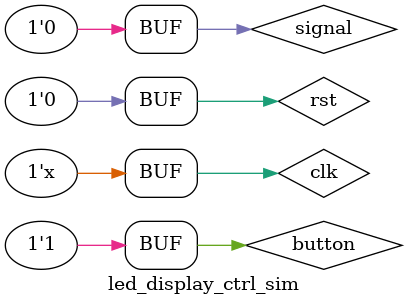
<source format=v>
`timescale 1ns/1ps        

module led_display_ctrl_sim();   
    reg clk;
    reg rst;
    reg button;
    reg signal;
    wire [7:0]led_en;
    wire led_ca;
    wire led_cb;
    wire led_cc;
    wire led_cd;
    wire led_ce;
    wire led_cf;
    wire led_cg;
    wire led_dp;
    
   initial    
   begin
        clk = 1'b0;rst = 1'b1;button = 1'b0;signal = 1'b0;
        #4 rst = 1'b0;
        #6 button = 1'b1;
        #21 signal = 1'b1;
        #21 signal = 1'b0;
        #21 signal = 1'b1;
        #21 signal = 1'b0;
        #21 signal = 1'b1;
        #21 signal = 1'b0;
        #21 signal = 1'b1;
        #21 signal = 1'b0;
        #21 signal = 1'b1;
        #50000000 signal = 1'b0;                                                                    
   end
   always #5 clk = ~clk;
      
   led_display_ctrl u_led_display_ctrl(
        .clk      (clk   ),
        .rst      (rst   ),
        .button   (button),
        .signal   (signal),
        .led_en   (led_en),
        .led_ca   (led_ca),
        .led_cb   (led_cb),
        .led_cc   (led_cc),
        .led_cd   (led_cd),
        .led_ce   (led_ce),
        .led_cf   (led_cf),
        .led_cg   (led_cg),
        .led_dp   (led_dp)
    );
endmodule

</source>
